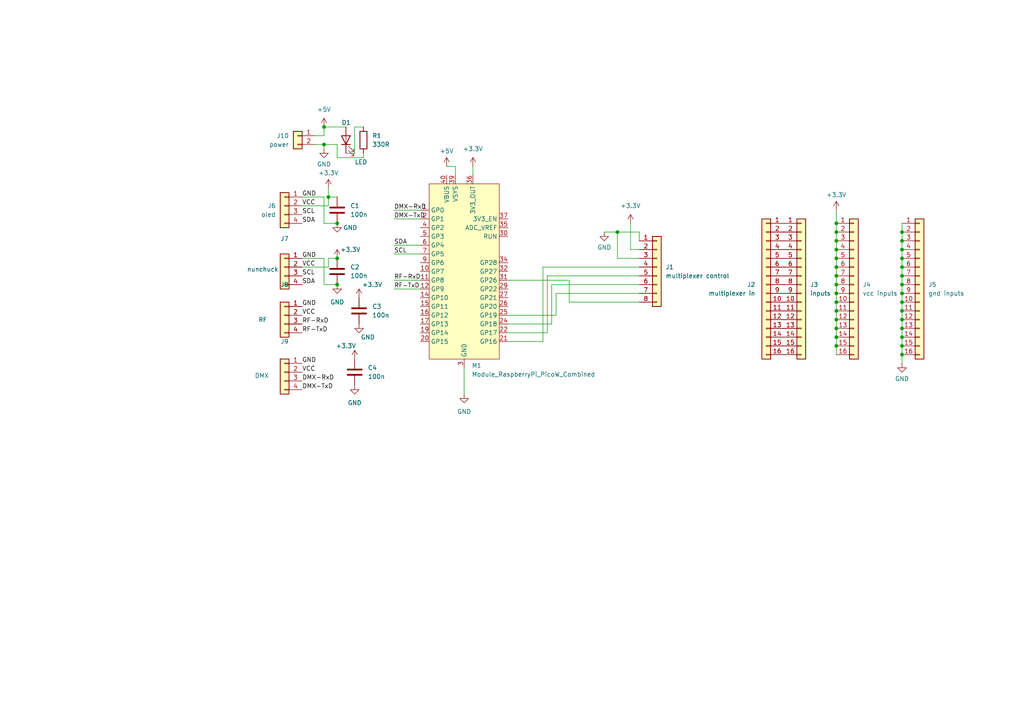
<source format=kicad_sch>
(kicad_sch (version 20230121) (generator eeschema)
  (paper "A4")
  (lib_symbols
    (symbol "Connector_Generic:Conn_01x02" (pin_names (offset 1.016) hide)
      (property "Reference" "J" (at 0 2.54 0))
      (property "Value" "Conn_01x02" (at 0 -5.08 0))
      (symbol "Conn_01x02_1_1"
        (rectangle (start -1.27 -2.413) (end 0 -2.667) (stroke (width 0.1524)))
        (rectangle (start -1.27 0.127) (end 0 -0.127) (stroke (width 0.1524)))
        (rectangle (start -1.27 1.27) (end 1.27 -3.81) (stroke (width 0.254)) (fill (type background)))
        (pin passive line (at -5.08 0 0) (length 3.81) (name "Pin_1") (number "1"))
        (pin passive line (at -5.08 -2.54 0) (length 3.81) (name "Pin_2") (number "2"))
      )
    )
    (symbol "Connector_Generic:Conn_01x04" (pin_names (offset 1.016) hide)
      (property "Reference" "J" (at 0 5.08 0))
      (property "Value" "Conn_01x04" (at 0 -7.62 0))
      (symbol "Conn_01x04_1_1"
        (rectangle (start -1.27 -4.953) (end 0 -5.207) (stroke (width 0.1524)))
        (rectangle (start -1.27 -2.413) (end 0 -2.667) (stroke (width 0.1524)))
        (rectangle (start -1.27 0.127) (end 0 -0.127) (stroke (width 0.1524)))
        (rectangle (start -1.27 2.667) (end 0 2.413) (stroke (width 0.1524)))
        (rectangle (start -1.27 3.81) (end 1.27 -6.35) (stroke (width 0.254)) (fill (type background)))
        (pin passive line (at -5.08 2.54 0) (length 3.81) (name "Pin_1") (number "1"))
        (pin passive line (at -5.08 0 0) (length 3.81) (name "Pin_2") (number "2"))
        (pin passive line (at -5.08 -2.54 0) (length 3.81) (name "Pin_3") (number "3"))
        (pin passive line (at -5.08 -5.08 0) (length 3.81) (name "Pin_4") (number "4"))
      )
    )
    (symbol "Connector_Generic:Conn_01x08" (pin_names (offset 1.016) hide)
      (property "Reference" "J" (at 0 10.16 0))
      (property "Value" "Conn_01x08" (at 0 -12.7 0))
      (symbol "Conn_01x08_1_1"
        (rectangle (start -1.27 -10.033) (end 0 -10.287) (stroke (width 0.1524)))
        (rectangle (start -1.27 -7.493) (end 0 -7.747) (stroke (width 0.1524)))
        (rectangle (start -1.27 -4.953) (end 0 -5.207) (stroke (width 0.1524)))
        (rectangle (start -1.27 -2.413) (end 0 -2.667) (stroke (width 0.1524)))
        (rectangle (start -1.27 0.127) (end 0 -0.127) (stroke (width 0.1524)))
        (rectangle (start -1.27 2.667) (end 0 2.413) (stroke (width 0.1524)))
        (rectangle (start -1.27 5.207) (end 0 4.953) (stroke (width 0.1524)))
        (rectangle (start -1.27 7.747) (end 0 7.493) (stroke (width 0.1524)))
        (rectangle (start -1.27 8.89) (end 1.27 -11.43) (stroke (width 0.254)) (fill (type background)))
        (pin passive line (at -5.08 7.62 0) (length 3.81) (name "Pin_1") (number "1"))
        (pin passive line (at -5.08 5.08 0) (length 3.81) (name "Pin_2") (number "2"))
        (pin passive line (at -5.08 2.54 0) (length 3.81) (name "Pin_3") (number "3"))
        (pin passive line (at -5.08 0 0) (length 3.81) (name "Pin_4") (number "4"))
        (pin passive line (at -5.08 -2.54 0) (length 3.81) (name "Pin_5") (number "5"))
        (pin passive line (at -5.08 -5.08 0) (length 3.81) (name "Pin_6") (number "6"))
        (pin passive line (at -5.08 -7.62 0) (length 3.81) (name "Pin_7") (number "7"))
        (pin passive line (at -5.08 -10.16 0) (length 3.81) (name "Pin_8") (number "8"))
      )
    )
    (symbol "Connector_Generic:Conn_01x16" (pin_names (offset 1.016) hide)
      (property "Reference" "J" (at 0 20.32 0))
      (property "Value" "Conn_01x16" (at 0 -22.86 0))
      (symbol "Conn_01x16_1_1"
        (rectangle (start -1.27 -20.193) (end 0 -20.447) (stroke (width 0.1524)))
        (rectangle (start -1.27 -17.653) (end 0 -17.907) (stroke (width 0.1524)))
        (rectangle (start -1.27 -15.113) (end 0 -15.367) (stroke (width 0.1524)))
        (rectangle (start -1.27 -12.573) (end 0 -12.827) (stroke (width 0.1524)))
        (rectangle (start -1.27 -10.033) (end 0 -10.287) (stroke (width 0.1524)))
        (rectangle (start -1.27 -7.493) (end 0 -7.747) (stroke (width 0.1524)))
        (rectangle (start -1.27 -4.953) (end 0 -5.207) (stroke (width 0.1524)))
        (rectangle (start -1.27 -2.413) (end 0 -2.667) (stroke (width 0.1524)))
        (rectangle (start -1.27 0.127) (end 0 -0.127) (stroke (width 0.1524)))
        (rectangle (start -1.27 2.667) (end 0 2.413) (stroke (width 0.1524)))
        (rectangle (start -1.27 5.207) (end 0 4.953) (stroke (width 0.1524)))
        (rectangle (start -1.27 7.747) (end 0 7.493) (stroke (width 0.1524)))
        (rectangle (start -1.27 10.287) (end 0 10.033) (stroke (width 0.1524)))
        (rectangle (start -1.27 12.827) (end 0 12.573) (stroke (width 0.1524)))
        (rectangle (start -1.27 15.367) (end 0 15.113) (stroke (width 0.1524)))
        (rectangle (start -1.27 17.907) (end 0 17.653) (stroke (width 0.1524)))
        (rectangle (start -1.27 19.05) (end 1.27 -21.59) (stroke (width 0.254)) (fill (type background)))
        (pin passive line (at -5.08 17.78 0) (length 3.81) (name "Pin_1") (number "1"))
        (pin passive line (at -5.08 -5.08 0) (length 3.81) (name "Pin_10") (number "10"))
        (pin passive line (at -5.08 -7.62 0) (length 3.81) (name "Pin_11") (number "11"))
        (pin passive line (at -5.08 -10.16 0) (length 3.81) (name "Pin_12") (number "12"))
        (pin passive line (at -5.08 -12.7 0) (length 3.81) (name "Pin_13") (number "13"))
        (pin passive line (at -5.08 -15.24 0) (length 3.81) (name "Pin_14") (number "14"))
        (pin passive line (at -5.08 -17.78 0) (length 3.81) (name "Pin_15") (number "15"))
        (pin passive line (at -5.08 -20.32 0) (length 3.81) (name "Pin_16") (number "16"))
        (pin passive line (at -5.08 15.24 0) (length 3.81) (name "Pin_2") (number "2"))
        (pin passive line (at -5.08 12.7 0) (length 3.81) (name "Pin_3") (number "3"))
        (pin passive line (at -5.08 10.16 0) (length 3.81) (name "Pin_4") (number "4"))
        (pin passive line (at -5.08 7.62 0) (length 3.81) (name "Pin_5") (number "5"))
        (pin passive line (at -5.08 5.08 0) (length 3.81) (name "Pin_6") (number "6"))
        (pin passive line (at -5.08 2.54 0) (length 3.81) (name "Pin_7") (number "7"))
        (pin passive line (at -5.08 0 0) (length 3.81) (name "Pin_8") (number "8"))
        (pin passive line (at -5.08 -2.54 0) (length 3.81) (name "Pin_9") (number "9"))
      )
    )
    (symbol "Device:C" (pin_numbers hide) (pin_names (offset 0.254))
      (property "Reference" "C" (at 0.635 2.54 0))
      (property "Value" "C" (at 0.635 -2.54 0))
      (symbol "C_0_1"
        (polyline (pts (xy -2.032 -0.762) (xy 2.032 -0.762)) (stroke (width 0.508)))
        (polyline (pts (xy -2.032 0.762) (xy 2.032 0.762)) (stroke (width 0.508)))
      )
      (symbol "C_1_1"
        (pin passive line (at 0 3.81 270) (length 2.794) (name "~") (number "1"))
        (pin passive line (at 0 -3.81 90) (length 2.794) (name "~") (number "2"))
      )
    )
    (symbol "Device:LED" (pin_numbers hide) (pin_names (offset 1.016) hide)
      (property "Reference" "D" (at 0 2.54 0))
      (property "Value" "LED" (at 0 -2.54 0))
      (symbol "LED_0_1"
        (polyline (pts (xy -1.27 -1.27) (xy -1.27 1.27)) (stroke (width 0.254)))
        (polyline (pts (xy -1.27 0) (xy 1.27 0)))
        (polyline (pts (xy 1.27 -1.27) (xy 1.27 1.27) (xy -1.27 0) (xy 1.27 -1.27)) (stroke (width 0.254)))
        (polyline (pts (xy -3.048 -0.762) (xy -4.572 -2.286) (xy -3.81 -2.286) (xy -4.572 -2.286) (xy -4.572 -1.524)))
        (polyline (pts (xy -1.778 -0.762) (xy -3.302 -2.286) (xy -2.54 -2.286) (xy -3.302 -2.286) (xy -3.302 -1.524)))
      )
      (symbol "LED_1_1"
        (pin passive line (at -3.81 0 0) (length 2.54) (name "K") (number "1"))
        (pin passive line (at 3.81 0 180) (length 2.54) (name "A") (number "2"))
      )
    )
    (symbol "Device:R" (pin_numbers hide) (pin_names (offset 0))
      (property "Reference" "R" (at 2.032 0 90))
      (property "Value" "R" (at 0 0 90))
      (symbol "R_0_1"
        (rectangle (start -1.016 -2.54) (end 1.016 2.54) (stroke (width 0.254)))
      )
      (symbol "R_1_1"
        (pin passive line (at 0 3.81 270) (length 1.27) (name "~") (number "1"))
        (pin passive line (at 0 -3.81 90) (length 1.27) (name "~") (number "2"))
      )
    )
    (symbol "fab:Module_RaspberryPi_PicoW_Combined"
      (property "Reference" "M" (at 0 0 0))
      (property "Value" "Module_RaspberryPi_PicoW_Combined" (at 0 0 0))
      (symbol "Module_RaspberryPi_PicoW_Combined_1_1"
        (rectangle (start -10.16 25.4) (end 10.16 -25.4) (fill (type background)))
        (pin bidirectional line (at -12.7 17.78 0) (length 2.54) (name "GP0") (number "1"))
        (pin bidirectional line (at -12.7 0 0) (length 2.54) (name "GP7") (number "10"))
        (pin bidirectional line (at -12.7 -2.54 0) (length 2.54) (name "GP8") (number "11"))
        (pin bidirectional line (at -12.7 -5.08 0) (length 2.54) (name "GP9") (number "12"))
        (pin passive line (at 0 -27.94 90) (length 2.54) hide (name "GND") (number "13"))
        (pin bidirectional line (at -12.7 -7.62 0) (length 2.54) (name "GP10") (number "14"))
        (pin bidirectional line (at -12.7 -10.16 0) (length 2.54) (name "GP11") (number "15"))
        (pin bidirectional line (at -12.7 -12.7 0) (length 2.54) (name "GP12") (number "16"))
        (pin bidirectional line (at -12.7 -15.24 0) (length 2.54) (name "GP13") (number "17"))
        (pin passive line (at 0 -27.94 90) (length 2.54) hide (name "GND") (number "18"))
        (pin bidirectional line (at -12.7 -17.78 0) (length 2.54) (name "GP14") (number "19"))
        (pin bidirectional line (at -12.7 15.24 0) (length 2.54) (name "GP1") (number "2"))
        (pin bidirectional line (at -12.7 -20.32 0) (length 2.54) (name "GP15") (number "20"))
        (pin bidirectional line (at 12.7 -20.32 180) (length 2.54) (name "GP16") (number "21"))
        (pin bidirectional line (at 12.7 -17.78 180) (length 2.54) (name "GP17") (number "22"))
        (pin passive line (at 0 -27.94 90) (length 2.54) hide (name "GND") (number "23"))
        (pin bidirectional line (at 12.7 -15.24 180) (length 2.54) (name "GP18") (number "24"))
        (pin bidirectional line (at 12.7 -12.7 180) (length 2.54) (name "GP19") (number "25"))
        (pin bidirectional line (at 12.7 -10.16 180) (length 2.54) (name "GP20") (number "26"))
        (pin bidirectional line (at 12.7 -7.62 180) (length 2.54) (name "GP21") (number "27"))
        (pin passive line (at 0 -27.94 90) (length 2.54) hide (name "GND") (number "28"))
        (pin bidirectional line (at 12.7 -5.08 180) (length 2.54) (name "GP22") (number "29"))
        (pin power_in line (at 0 -27.94 90) (length 2.54) (name "GND") (number "3"))
        (pin input line (at 12.7 10.16 180) (length 2.54) (name "RUN") (number "30"))
        (pin bidirectional line (at 12.7 -2.54 180) (length 2.54) (name "GP26") (number "31"))
        (pin bidirectional line (at 12.7 0 180) (length 2.54) (name "GP27") (number "32"))
        (pin passive line (at 0 -27.94 90) (length 2.54) hide (name "GND") (number "33"))
        (pin bidirectional line (at 12.7 2.54 180) (length 2.54) (name "GP28") (number "34"))
        (pin input line (at 12.7 12.7 180) (length 2.54) (name "ADC_VREF") (number "35"))
        (pin power_in line (at 2.54 27.94 270) (length 2.54) (name "3V3_OUT") (number "36"))
        (pin input line (at 12.7 15.24 180) (length 2.54) (name "3V3_EN") (number "37"))
        (pin passive line (at 0 -27.94 90) (length 2.54) hide (name "GND") (number "38"))
        (pin power_in line (at -2.54 27.94 270) (length 2.54) (name "VSYS") (number "39"))
        (pin bidirectional line (at -12.7 12.7 0) (length 2.54) (name "GP2") (number "4"))
        (pin power_in line (at -5.08 27.94 270) (length 2.54) (name "VBUS") (number "40"))
        (pin bidirectional line (at -12.7 10.16 0) (length 2.54) (name "GP3") (number "5"))
        (pin bidirectional line (at -12.7 7.62 0) (length 2.54) (name "GP4") (number "6"))
        (pin bidirectional line (at -12.7 5.08 0) (length 2.54) (name "GP5") (number "7"))
        (pin passive line (at 0 -27.94 90) (length 2.54) hide (name "GND") (number "8"))
        (pin bidirectional line (at -12.7 2.54 0) (length 2.54) (name "GP6") (number "9"))
      )
    )
    (symbol "power:+3.3V" (power) (pin_names (offset 0))
      (property "Value" "+3.3V" (at 0 3.556 0))
      (symbol "+3.3V_0_1"
        (polyline (pts (xy -0.762 1.27) (xy 0 2.54)))
        (polyline (pts (xy 0 0) (xy 0 2.54)))
        (polyline (pts (xy 0 2.54) (xy 0.762 1.27)))
      )
      (symbol "+3.3V_1_1"
        (pin power_in line (at 0 0 90) (length 0) hide (name "+3.3V") (number "1"))
      )
    )
    (symbol "power:+5V" (power) (pin_names (offset 0))
      (property "Value" "+5V" (at 0 3.556 0))
      (symbol "+5V_0_1"
        (polyline (pts (xy -0.762 1.27) (xy 0 2.54)))
        (polyline (pts (xy 0 0) (xy 0 2.54)))
        (polyline (pts (xy 0 2.54) (xy 0.762 1.27)))
      )
      (symbol "+5V_1_1"
        (pin power_in line (at 0 0 90) (length 0) hide (name "+5V") (number "1"))
      )
    )
    (symbol "power:GND" (power) (pin_names (offset 0))
      (property "Value" "GND" (at 0 -3.81 0))
      (symbol "GND_0_1"
        (polyline (pts (xy 0 0) (xy 0 -1.27) (xy 1.27 -1.27) (xy 0 -2.54) (xy -1.27 -1.27) (xy 0 -1.27)))
      )
      (symbol "GND_1_1"
        (pin power_in line (at 0 0 270) (length 0) hide (name "GND") (number "1"))
      )
    )
  )
  (junction (at 261.62 100.33))
  (junction (at 242.57 80.01))
  (junction (at 261.62 92.71))
  (junction (at 95.25 57.15))
  (junction (at 261.62 85.09))
  (junction (at 97.79 82.55))
  (junction (at 261.62 77.47))
  (junction (at 261.62 82.55))
  (junction (at 93.98 41.91))
  (junction (at 242.57 67.31))
  (junction (at 261.62 72.39))
  (junction (at 261.62 97.79))
  (junction (at 242.57 95.25))
  (junction (at 242.57 72.39))
  (junction (at 261.62 87.63))
  (junction (at 261.62 102.87))
  (junction (at 242.57 74.93))
  (junction (at 261.62 95.25))
  (junction (at 97.79 74.93))
  (junction (at 242.57 69.85))
  (junction (at 261.62 74.93))
  (junction (at 179.07 67.31))
  (junction (at 242.57 82.55))
  (junction (at 242.57 77.47))
  (junction (at 97.79 64.77))
  (junction (at 261.62 67.31))
  (junction (at 242.57 92.71))
  (junction (at 242.57 87.63))
  (junction (at 261.62 90.17))
  (junction (at 242.57 90.17))
  (junction (at 261.62 69.85))
  (junction (at 93.98 36.83))
  (junction (at 242.57 85.09))
  (junction (at 242.57 64.77))
  (junction (at 242.57 97.79))
  (junction (at 242.57 100.33))
  (junction (at 261.62 80.01))
  (wire (pts (xy 114.3 60.96) (xy 121.92 60.96)))
  (wire (pts (xy 93.98 82.55) (xy 97.79 82.55)))
  (wire (pts (xy 87.63 57.15) (xy 93.98 57.15)))
  (wire (pts (xy 261.62 80.01) (xy 261.62 82.55)))
  (wire (pts (xy 242.57 72.39) (xy 242.57 74.93)))
  (wire (pts (xy 261.62 97.79) (xy 261.62 100.33)))
  (wire (pts (xy 158.75 80.01) (xy 158.75 96.52)))
  (wire (pts (xy 147.32 93.98) (xy 160.02 93.98)))
  (wire (pts (xy 95.25 57.15) (xy 95.25 54.61)))
  (wire (pts (xy 97.79 41.91) (xy 93.98 41.91)))
  (wire (pts (xy 261.62 77.47) (xy 261.62 80.01)))
  (wire (pts (xy 100.33 44.45) (xy 102.87 44.45)))
  (wire (pts (xy 160.02 82.55) (xy 185.42 82.55)))
  (wire (pts (xy 97.79 45.72) (xy 97.79 41.91)))
  (wire (pts (xy 114.3 63.5) (xy 121.92 63.5)))
  (wire (pts (xy 185.42 87.63) (xy 165.1 87.63)))
  (wire (pts (xy 242.57 100.33) (xy 242.57 102.87)))
  (wire (pts (xy 185.42 74.93) (xy 179.07 74.93)))
  (wire (pts (xy 175.26 67.31) (xy 179.07 67.31)))
  (wire (pts (xy 185.42 80.01) (xy 158.75 80.01)))
  (wire (pts (xy 242.57 87.63) (xy 242.57 90.17)))
  (wire (pts (xy 157.48 77.47) (xy 185.42 77.47)))
  (wire (pts (xy 147.32 91.44) (xy 161.29 91.44)))
  (wire (pts (xy 129.54 48.26) (xy 132.08 48.26)))
  (wire (pts (xy 87.63 74.93) (xy 93.98 74.93)))
  (wire (pts (xy 105.41 44.45) (xy 105.41 45.72)))
  (wire (pts (xy 261.62 92.71) (xy 261.62 95.25)))
  (wire (pts (xy 147.32 99.06) (xy 157.48 99.06)))
  (wire (pts (xy 242.57 82.55) (xy 242.57 85.09)))
  (wire (pts (xy 261.62 67.31) (xy 261.62 69.85)))
  (wire (pts (xy 261.62 90.17) (xy 261.62 92.71)))
  (wire (pts (xy 242.57 90.17) (xy 242.57 92.71)))
  (wire (pts (xy 261.62 72.39) (xy 261.62 74.93)))
  (wire (pts (xy 102.87 44.45) (xy 102.87 36.83)))
  (wire (pts (xy 242.57 60.96) (xy 242.57 64.77)))
  (wire (pts (xy 242.57 77.47) (xy 242.57 80.01)))
  (wire (pts (xy 160.02 93.98) (xy 160.02 82.55)))
  (wire (pts (xy 242.57 69.85) (xy 242.57 72.39)))
  (wire (pts (xy 261.62 82.55) (xy 261.62 85.09)))
  (wire (pts (xy 242.57 97.79) (xy 242.57 100.33)))
  (wire (pts (xy 93.98 36.83) (xy 100.33 36.83)))
  (wire (pts (xy 261.62 87.63) (xy 261.62 90.17)))
  (wire (pts (xy 158.75 96.52) (xy 147.32 96.52)))
  (wire (pts (xy 165.1 87.63) (xy 165.1 81.28)))
  (wire (pts (xy 114.3 73.66) (xy 121.92 73.66)))
  (wire (pts (xy 161.29 85.09) (xy 161.29 91.44)))
  (wire (pts (xy 261.62 100.33) (xy 261.62 102.87)))
  (wire (pts (xy 261.62 85.09) (xy 261.62 87.63)))
  (wire (pts (xy 182.88 64.77) (xy 182.88 72.39)))
  (wire (pts (xy 242.57 74.93) (xy 242.57 77.47)))
  (wire (pts (xy 132.08 48.26) (xy 132.08 50.8)))
  (wire (pts (xy 137.16 48.26) (xy 137.16 50.8)))
  (wire (pts (xy 185.42 85.09) (xy 161.29 85.09)))
  (wire (pts (xy 93.98 64.77) (xy 93.98 57.15)))
  (wire (pts (xy 182.88 72.39) (xy 185.42 72.39)))
  (wire (pts (xy 93.98 41.91) (xy 93.98 43.18)))
  (wire (pts (xy 261.62 64.77) (xy 261.62 67.31)))
  (wire (pts (xy 242.57 95.25) (xy 242.57 97.79)))
  (wire (pts (xy 261.62 95.25) (xy 261.62 97.79)))
  (wire (pts (xy 102.87 36.83) (xy 105.41 36.83)))
  (wire (pts (xy 93.98 39.37) (xy 93.98 36.83)))
  (wire (pts (xy 91.44 39.37) (xy 93.98 39.37)))
  (wire (pts (xy 91.44 41.91) (xy 93.98 41.91)))
  (wire (pts (xy 114.3 81.28) (xy 121.92 81.28)))
  (wire (pts (xy 185.42 67.31) (xy 185.42 69.85)))
  (wire (pts (xy 114.3 83.82) (xy 121.92 83.82)))
  (wire (pts (xy 105.41 45.72) (xy 97.79 45.72)))
  (wire (pts (xy 93.98 64.77) (xy 97.79 64.77)))
  (wire (pts (xy 95.25 59.69) (xy 95.25 57.15)))
  (wire (pts (xy 157.48 99.06) (xy 157.48 77.47)))
  (wire (pts (xy 242.57 92.71) (xy 242.57 95.25)))
  (wire (pts (xy 261.62 102.87) (xy 261.62 105.41)))
  (wire (pts (xy 87.63 77.47) (xy 95.25 77.47)))
  (wire (pts (xy 261.62 74.93) (xy 261.62 77.47)))
  (wire (pts (xy 95.25 77.47) (xy 95.25 74.93)))
  (wire (pts (xy 179.07 74.93) (xy 179.07 67.31)))
  (wire (pts (xy 93.98 82.55) (xy 93.98 74.93)))
  (wire (pts (xy 242.57 67.31) (xy 242.57 69.85)))
  (wire (pts (xy 242.57 85.09) (xy 242.57 87.63)))
  (wire (pts (xy 179.07 67.31) (xy 185.42 67.31)))
  (wire (pts (xy 95.25 57.15) (xy 97.79 57.15)))
  (wire (pts (xy 242.57 80.01) (xy 242.57 82.55)))
  (wire (pts (xy 95.25 74.93) (xy 97.79 74.93)))
  (wire (pts (xy 165.1 81.28) (xy 147.32 81.28)))
  (wire (pts (xy 87.63 59.69) (xy 95.25 59.69)))
  (wire (pts (xy 242.57 64.77) (xy 242.57 67.31)))
  (wire (pts (xy 134.62 106.68) (xy 134.62 114.3)))
  (wire (pts (xy 114.3 71.12) (xy 121.92 71.12)))
  (wire (pts (xy 261.62 69.85) (xy 261.62 72.39)))
  (label "DMX-RxD" (at 87.63 110.49 0))
  (label "GND" (at 87.63 57.15 0))
  (label "VCC" (at 87.63 77.47 0))
  (label "DMX-TxD" (at 87.63 113.03 0))
  (label "SDA" (at 114.3 71.12 0))
  (label "RF-TxD" (at 87.63 96.52 0))
  (label "RF-RxD" (at 87.63 93.98 0))
  (label "DMX-TxD" (at 114.3 63.5 0))
  (label "SCL" (at 87.63 80.01 0))
  (label "VCC" (at 87.63 91.44 0))
  (label "RF-TxD" (at 114.3 83.82 0))
  (label "DMX-RxD" (at 114.3 60.96 0))
  (label "GND" (at 87.63 105.41 0))
  (label "SCL" (at 87.63 62.23 0))
  (label "SDA" (at 87.63 64.77 0))
  (label "GND" (at 87.63 74.93 0))
  (label "VCC" (at 87.63 59.69 0))
  (label "SDA" (at 87.63 82.55 0))
  (label "GND" (at 87.63 88.9 0))
  (label "SCL" (at 114.3 73.66 0))
  (label "RF-RxD" (at 114.3 81.28 0))
  (label "VCC" (at 87.63 107.95 0))
  (symbol (lib_id "Connector_Generic:Conn_01x16") (at 266.7 82.55 0) (unit 1)
    (property "Reference" "J5" (at 269.24 82.55 0) (effects (justify left)))
    (property "Value" "gnd inputs" (at 269.24 85.09 0) (effects (justify left)))
    (property "Footprint" "Connector_PinSocket_2.54mm:PinSocket_1x16_P2.54mm_Vertical" (effects hide))
  )
  (symbol (lib_id "power:+5V") (at 129.54 48.26 0) (unit 1)
    (property "Reference" "#PWR017" (effects hide))
    (property "Value" "+5V" (at 129.54 43.815 0))
  )
  (symbol (lib_id "power:GND") (at 175.26 67.31 0) (unit 1)
    (property "Reference" "#PWR07" (effects hide))
    (property "Value" "GND" (at 175.26 71.755 0))
  )
  (symbol (lib_id "Connector_Generic:Conn_01x08") (at 190.5 77.47 0) (unit 1)
    (property "Reference" "J1" (at 193.04 77.47 0) (effects (justify left)))
    (property "Value" "multiplexer control" (at 193.04 80.01 0) (effects (justify left)))
    (property "Footprint" "Connector_PinHeader_2.54mm:PinHeader_1x08_P2.54mm_Vertical" (effects hide))
  )
  (symbol (lib_id "Device:R") (at 105.41 40.64 0) (unit 1)
    (property "Reference" "R1" (at 107.95 39.37 0) (effects (justify left)))
    (property "Value" "330R" (at 107.95 41.91 0) (effects (justify left)))
    (property "Footprint" "fab:R_1206" (effects hide))
  )
  (symbol (lib_id "power:GND") (at 97.79 64.77 0) (unit 1)
    (property "Reference" "#PWR02" (effects hide))
    (property "Value" "GND" (at 101.6 66.04 0))
  )
  (symbol (lib_id "Connector_Generic:Conn_01x04") (at 82.55 59.69 0) (mirror y) (unit 1)
    (property "Reference" "J6" (at 80.01 59.69 0) (effects (justify left)))
    (property "Value" "oled" (at 80.01 62.23 0) (effects (justify left)))
    (property "Footprint" "Connector_JST:JST_XH_B4B-XH-A_1x04_P2.50mm_Vertical" (effects hide))
  )
  (symbol (lib_id "power:+3.3V") (at 102.87 104.14 0) (unit 1)
    (property "Reference" "#PWR015" (effects hide))
    (property "Value" "+3.3V" (at 100.33 100.33 0))
  )
  (symbol (lib_id "Connector_Generic:Conn_01x16") (at 232.41 82.55 0) (unit 1)
    (property "Reference" "J3" (at 234.95 82.55 0) (effects (justify left)))
    (property "Value" "inputs" (at 234.95 85.09 0) (effects (justify left)))
    (property "Footprint" "Connector_PinHeader_2.54mm:PinHeader_1x16_P2.54mm_Vertical" (effects hide))
  )
  (symbol (lib_id "Connector_Generic:Conn_01x16") (at 247.65 82.55 0) (unit 1)
    (property "Reference" "J4" (at 250.19 82.55 0) (effects (justify left)))
    (property "Value" "vcc inputs" (at 250.19 85.09 0) (effects (justify left)))
    (property "Footprint" "Connector_PinHeader_2.54mm:PinHeader_1x16_P2.54mm_Vertical" (effects hide))
  )
  (symbol (lib_id "power:+3.3V") (at 137.16 48.26 0) (unit 1)
    (property "Reference" "#PWR011" (effects hide))
    (property "Value" "+3.3V" (at 137.16 43.18 0))
  )
  (symbol (lib_id "power:GND") (at 97.79 82.55 0) (unit 1)
    (property "Reference" "#PWR03" (effects hide))
    (property "Value" "GND" (at 97.79 87.63 0))
  )
  (symbol (lib_id "power:GND") (at 104.14 93.98 0) (unit 1)
    (property "Reference" "#PWR04" (effects hide))
    (property "Value" "GND" (at 106.68 97.79 0))
  )
  (symbol (lib_id "power:GND") (at 93.98 43.18 0) (unit 1)
    (property "Reference" "#PWR01" (effects hide))
    (property "Value" "GND" (at 93.98 47.625 0))
  )
  (symbol (lib_id "power:+3.3V") (at 242.57 60.96 0) (unit 1)
    (property "Reference" "#PWR09" (effects hide))
    (property "Value" "+3.3V" (at 242.57 56.515 0))
  )
  (symbol (lib_id "fab:Module_RaspberryPi_PicoW_Combined") (at 134.62 78.74 0) (unit 1)
    (property "Reference" "M1" (at 136.8141 106.045 0) (effects (justify left)))
    (property "Value" "Module_RaspberryPi_PicoW_Combined" (at 136.8141 108.585 0) (effects (justify left)))
    (property "Footprint" "fab:RaspberryPi_PicoW_SocketTHT" (effects hide))
    (property "Datasheet" "https://datasheets.raspberrypi.com/picow/pico-w-datasheet.pdf" (effects hide))
  )
  (symbol (lib_id "Device:C") (at 97.79 60.96 0) (unit 1)
    (property "Reference" "C1" (at 101.6 59.69 0) (effects (justify left)))
    (property "Value" "100n" (at 101.6 62.23 0) (effects (justify left)))
    (property "Footprint" "fab:C_1206" (effects hide))
  )
  (symbol (lib_id "power:+3.3V") (at 182.88 64.77 0) (unit 1)
    (property "Reference" "#PWR010" (effects hide))
    (property "Value" "+3.3V" (at 182.88 59.69 0))
  )
  (symbol (lib_id "power:GND") (at 261.62 105.41 0) (unit 1)
    (property "Reference" "#PWR08" (effects hide))
    (property "Value" "GND" (at 261.62 109.855 0))
  )
  (symbol (lib_id "Connector_Generic:Conn_01x04") (at 82.55 91.44 0) (mirror y) (unit 1)
    (property "Reference" "J8" (at 82.55 82.55 0))
    (property "Value" "RF" (at 76.2 92.71 0))
    (property "Footprint" "Connector_JST:JST_XH_B4B-XH-A_1x04_P2.50mm_Vertical" (effects hide))
  )
  (symbol (lib_id "power:+3.3V") (at 104.14 86.36 0) (unit 1)
    (property "Reference" "#PWR014" (effects hide))
    (property "Value" "+3.3V" (at 107.95 82.55 0))
  )
  (symbol (lib_id "power:GND") (at 134.62 114.3 0) (unit 1)
    (property "Reference" "#PWR06" (effects hide))
    (property "Value" "GND" (at 134.62 119.38 0))
  )
  (symbol (lib_id "power:GND") (at 102.87 111.76 0) (unit 1)
    (property "Reference" "#PWR05" (effects hide))
    (property "Value" "GND" (at 102.87 116.84 0))
  )
  (symbol (lib_id "Connector_Generic:Conn_01x04") (at 82.55 77.47 0) (mirror y) (unit 1)
    (property "Reference" "J7" (at 82.55 69.215 0))
    (property "Value" "nunchuck" (at 76.2 78.105 0))
    (property "Footprint" "Connector_JST:JST_XH_B4B-XH-A_1x04_P2.50mm_Vertical" (effects hide))
  )
  (symbol (lib_id "Device:C") (at 104.14 90.17 0) (unit 1)
    (property "Reference" "C3" (at 107.95 88.9 0) (effects (justify left)))
    (property "Value" "100n" (at 107.95 91.44 0) (effects (justify left)))
    (property "Footprint" "fab:C_1206" (effects hide))
  )
  (symbol (lib_id "power:+3.3V") (at 95.25 54.61 0) (unit 1)
    (property "Reference" "#PWR012" (effects hide))
    (property "Value" "+3.3V" (at 95.25 50.165 0))
  )
  (symbol (lib_id "power:+3.3V") (at 97.79 74.93 0) (unit 1)
    (property "Reference" "#PWR013" (effects hide))
    (property "Value" "+3.3V" (at 101.6 72.39 0))
  )
  (symbol (lib_id "Connector_Generic:Conn_01x04") (at 82.55 107.95 0) (mirror y) (unit 1)
    (property "Reference" "J9" (at 82.55 99.06 0))
    (property "Value" "DMX" (at 75.946 108.966 0))
    (property "Footprint" "Connector_JST:JST_XH_B4B-XH-A_1x04_P2.50mm_Vertical" (effects hide))
  )
  (symbol (lib_id "Connector_Generic:Conn_01x02") (at 86.36 39.37 0) (mirror y) (unit 1)
    (property "Reference" "J10" (at 83.82 39.37 0) (effects (justify left)))
    (property "Value" "power" (at 83.82 41.91 0) (effects (justify left)))
    (property "Footprint" "Connector_JST:JST_XH_B2B-XH-A_1x02_P2.50mm_Vertical" (effects hide))
  )
  (symbol (lib_id "power:+5V") (at 93.98 36.83 0) (unit 1)
    (property "Reference" "#PWR016" (effects hide))
    (property "Value" "+5V" (at 93.98 31.75 0))
  )
  (symbol (lib_id "Connector_Generic:Conn_01x16") (at 222.25 82.55 0) (mirror y) (unit 1)
    (property "Reference" "J2" (at 219.075 82.55 0) (effects (justify left)))
    (property "Value" "multiplexer in" (at 219.075 85.09 0) (effects (justify left)))
    (property "Footprint" "Connector_PinHeader_2.54mm:PinHeader_1x16_P2.54mm_Vertical" (effects hide))
  )
  (symbol (lib_id "Device:C") (at 102.87 107.95 0) (unit 1)
    (property "Reference" "C4" (at 106.68 106.68 0) (effects (justify left)))
    (property "Value" "100n" (at 106.68 109.22 0) (effects (justify left)))
    (property "Footprint" "fab:C_1206" (effects hide))
  )
  (symbol (lib_id "Device:C") (at 97.79 78.74 0) (unit 1)
    (property "Reference" "C2" (at 101.6 77.47 0) (effects (justify left)))
    (property "Value" "100n" (at 101.6 80.01 0) (effects (justify left)))
    (property "Footprint" "fab:C_1206" (effects hide))
  )
  (symbol (lib_id "Device:LED") (at 100.33 40.64 90) (unit 1)
    (property "Reference" "D1" (at 99.06 35.56 90) (effects (justify right)))
    (property "Value" "LED" (at 102.87 46.99 90) (effects (justify right)))
    (property "Footprint" "fab:LED_1206" (effects hide))
  )
)
</source>
